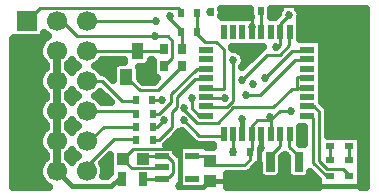
<source format=gtl>
G04 DipTrace Beta 2.3.5.2*
%IN4chRemix.GTL*%
%MOIN*%
%ADD13C,0.01*%
%ADD14C,0.015*%
%ADD15C,0.018*%
%ADD17C,0.025*%
%ADD22R,0.0197X0.0315*%
%ADD25R,0.0433X0.0394*%
%ADD26R,0.0394X0.0433*%
%ADD27R,0.0315X0.0197*%
%ADD28R,0.0315X0.0472*%
%ADD29R,0.0472X0.0217*%
%ADD31R,0.03X0.032*%
%ADD32R,0.16X0.06*%
%ADD35R,0.022X0.05*%
%ADD36R,0.05X0.022*%
%ADD37R,0.0669X0.0669*%
%ADD38C,0.0669*%
%ADD39C,0.027*%
%FSLAX44Y44*%
G04*
G70*
G90*
G75*
G01*
%LNTop*%
%LPD*%
X6250Y3238D2*
D13*
Y2890D1*
X6502Y2638D1*
X6725D1*
X7625Y1426D2*
X7627Y1428D1*
Y2051D1*
X750Y5801D2*
X1199Y6250D1*
X5801D1*
X5880Y6171D1*
Y6070D1*
X10875Y2176D2*
X11500D1*
X7942Y2051D2*
D14*
X7940Y2540D1*
X8572Y2051D2*
X8570Y1570D1*
X11940Y360D2*
D15*
X11880Y300D1*
X9620D1*
X9347Y573D1*
Y1113D1*
X7437Y6113D2*
D13*
X7561Y5990D1*
X8080D1*
X8257Y5813D1*
Y5600D1*
Y5431D1*
X5820Y1570D2*
D14*
X5850D1*
Y310D1*
X5830D1*
X5250Y926D2*
D13*
X5276Y900D1*
X4250D1*
X3971Y1179D1*
Y1210D1*
X5830Y310D2*
D15*
X5860Y280D1*
X6620D1*
X6806Y466D1*
X6853D1*
X7940Y460D2*
X6853Y466D1*
X8570Y1570D2*
D14*
X8490Y1490D1*
Y1120D1*
X7940Y570D1*
Y460D1*
X3971Y1210D2*
D13*
X4281Y1520D1*
X5820D1*
Y1570D1*
X8260Y5600D2*
X8257D1*
X9020Y5970D2*
X9100Y6050D1*
Y6150D1*
X11890Y6020D2*
X11610Y6300D1*
X9260D1*
X9110Y6150D1*
X9100D1*
X8690Y3900D2*
X9591Y4801D1*
X10105D1*
Y4843D1*
X8070Y3330D2*
X8529D1*
X9688Y4488D1*
X10105D1*
Y4528D1*
X4068Y3929D2*
X4509Y3488D1*
X5125D1*
X5938Y4301D1*
X4390Y3170D2*
Y3120D1*
X3940D1*
X3259Y3801D1*
X2750D1*
X6431Y6070D2*
X6437Y6064D1*
Y5426D1*
X6725Y3583D2*
X6757Y3551D1*
X7313D1*
Y4863D1*
X7063Y5113D1*
X6688D1*
X6437Y5363D1*
Y5426D1*
X4400Y2710D2*
X4309Y2801D1*
X2750D1*
X8875Y1113D2*
Y1301D1*
X9202Y1628D1*
Y2051D1*
X9517D2*
X9500Y2033D1*
Y1613D1*
X9820Y1293D1*
Y1113D1*
X4400Y1830D2*
X4350Y1880D1*
X3660D1*
X2750Y970D1*
Y801D1*
X1750Y4801D2*
D17*
Y3801D1*
Y2801D1*
Y1801D1*
Y801D1*
D15*
X2250Y301D1*
X3563D1*
X3813Y551D1*
X3916D1*
X11500Y625D2*
D13*
Y660D1*
X11285Y875D1*
X10750D1*
X10500Y1125D1*
Y2770D1*
X10317Y2953D1*
X10105D1*
Y2638D2*
X10232D1*
X10300Y2570D1*
Y1075D1*
X10750Y625D1*
X10875D1*
Y1176D2*
Y1625D1*
X11500Y1176D2*
Y1625D1*
X4400Y2280D2*
X3320D1*
X2841Y1801D1*
X2750D1*
X8549Y6150D2*
X8572Y6126D1*
Y5431D1*
X10105Y3898D2*
X10077Y3926D1*
X9750D1*
Y3551D1*
X9783Y3583D1*
X10105D1*
X9750Y3551D2*
X9591D1*
X8960Y2920D1*
X7640D1*
X7120Y2400D1*
X6440D1*
X6000Y2840D1*
Y2890D1*
X5270Y3170D2*
X4941D1*
X7312Y2051D2*
X7242Y1980D1*
X6500D1*
X5980Y2500D1*
X5320D2*
X5100Y2280D1*
X4951D1*
X6725Y3268D2*
X6755Y3238D1*
X7375D1*
X5063Y5801D2*
X2750D1*
Y4801D2*
X2755Y4795D1*
X4442D1*
X5330Y4860D2*
X5265Y4795D1*
X4442D1*
X9517Y5431D2*
X9500Y5413D1*
Y4988D1*
X9187Y4676D1*
X8766D1*
X7910Y3820D1*
X6725Y3898D2*
X6687Y3860D1*
X6350D1*
X5760Y3270D1*
Y2940D1*
X5590Y2770D1*
Y2270D1*
X5150Y1830D1*
X4951D1*
X6725Y4213D2*
X6413D1*
X5560Y3360D1*
Y3100D1*
X5170Y2710D1*
X4951D1*
X6725Y2953D2*
X6752Y2926D1*
X7416D1*
X7630Y3140D1*
Y4488D1*
X5010Y5290D2*
X5021Y5301D1*
X2429D1*
X1750Y5980D1*
Y5801D1*
X5338Y4301D2*
X5590Y4553D1*
Y5150D1*
X5450Y5290D1*
X5010D1*
X8176Y1426D2*
X8257Y1507D1*
Y2051D1*
X8250Y2058D1*
Y2300D1*
X8438Y2488D1*
X8875D1*
X8887Y2476D1*
Y2051D1*
X8875Y2488D2*
X9188Y2801D1*
X9563D1*
X9202Y5431D2*
X9188Y5416D1*
Y4988D1*
X9125Y4926D1*
X9070D1*
X8875Y2600D2*
Y2488D1*
X5886Y5426D2*
Y5504D1*
X5470Y5920D1*
Y6010D1*
X5510Y5970D1*
X6875Y6113D2*
X6886D1*
X5886Y5426D2*
X5930Y5382D1*
Y4860D1*
X6853Y1135D2*
X6688Y1300D1*
X6274D1*
X6853Y1135D2*
X7000Y988D1*
X8000D1*
X8176Y1164D1*
Y1426D1*
X9500Y5990D2*
X9202Y5692D1*
Y5431D1*
X5250Y1300D2*
X5438D1*
X5640Y1098D1*
Y750D1*
X5480Y590D1*
X5390D1*
Y552D1*
X5250D1*
X4640Y1210D2*
Y1290D1*
X5070D1*
X5080Y1300D1*
X5250D1*
X4625Y551D2*
X5250Y552D1*
D39*
X6250Y3238D3*
X7625Y1426D3*
X8690Y3900D3*
X8070Y3330D3*
X6000Y2890D3*
X5270Y3170D3*
X5980Y2500D3*
X5320D3*
X7375Y3238D3*
X5063Y5801D3*
X7910Y3820D3*
X7630Y4488D3*
X5010Y5290D3*
D3*
X9563Y2801D3*
X9070Y4926D3*
X8875Y2600D3*
X5510Y5970D3*
X6875Y6113D3*
X9500Y5990D3*
X7940Y2540D3*
X8570Y1570D3*
X7940Y460D3*
X5820Y1570D3*
X11890Y6020D3*
X9940Y5260D3*
X11940Y360D3*
X4520Y3860D3*
X4880Y4450D3*
X5830Y310D3*
X9020Y5970D3*
X8260Y5600D3*
X8300Y3690D3*
X7253Y5966D2*
D17*
X8180D1*
X8917D2*
X9035D1*
X9906D2*
X12039D1*
X9898Y5718D2*
X12039D1*
X9898Y5469D2*
X12039D1*
X310Y5220D2*
X1324D1*
X9898D2*
X12039D1*
X310Y4972D2*
X1172D1*
X10624D2*
X12039D1*
X310Y4723D2*
X1153D1*
X7953D2*
X8371D1*
X10624D2*
X12039D1*
X310Y4474D2*
X1246D1*
X3253D2*
X3981D1*
X8035D2*
X8123D1*
X10624D2*
X12039D1*
X310Y4225D2*
X1332D1*
X2167D2*
X2332D1*
X3167D2*
X3602D1*
X4535D2*
X4918D1*
X10624D2*
X12039D1*
X310Y3977D2*
X1172D1*
X3527D2*
X3603D1*
X4535D2*
X4918D1*
X10624D2*
X12039D1*
X310Y3728D2*
X1149D1*
X10624D2*
X12039D1*
X310Y3479D2*
X1242D1*
X10624D2*
X12039D1*
X310Y3231D2*
X1336D1*
X2164D2*
X2336D1*
X3164D2*
X3387D1*
X10624D2*
X12039D1*
X310Y2982D2*
X1176D1*
X10730D2*
X12039D1*
X310Y2733D2*
X1149D1*
X10820D2*
X12039D1*
X310Y2485D2*
X1239D1*
X10820D2*
X12039D1*
X310Y2236D2*
X1344D1*
X2156D2*
X2344D1*
X9898D2*
X9982D1*
X10820D2*
X12039D1*
X310Y1987D2*
X1176D1*
X5749D2*
X6051D1*
X9898D2*
X9982D1*
X10820D2*
X12039D1*
X310Y1739D2*
X1149D1*
X5499D2*
X6305D1*
X9898D2*
X9982D1*
X11929D2*
X12039D1*
X310Y1490D2*
X1235D1*
X11929D2*
X12039D1*
X310Y1241D2*
X1348D1*
X2152D2*
X2348D1*
X9285D2*
X9410D1*
X11929D2*
X12039D1*
X310Y993D2*
X1180D1*
X3324D2*
X3492D1*
X9285D2*
X9410D1*
X11929D2*
X12039D1*
X310Y744D2*
X1149D1*
X3351D2*
X3487D1*
X8191D2*
X8469D1*
X9281D2*
X9414D1*
X11929D2*
X12039D1*
X310Y495D2*
X1231D1*
X7456D2*
X10438D1*
X11929D2*
X12039D1*
X8892Y6213D2*
Y5924D1*
X9015Y5926D1*
X8927Y5922D1*
X9082Y5989D1*
X9123Y6031D1*
X9162Y6164D1*
X9202Y6217D1*
X8889Y6215D1*
X8205Y5923D2*
Y6212D1*
X7440Y6215D1*
X7241D1*
X7255Y6113D1*
X7229Y5980D1*
X7272Y5926D1*
X7982Y5922D1*
X8087Y5926D1*
X8209D1*
X6759Y1597D2*
X6954D1*
X6957Y1685D1*
X6500D1*
X6376Y1713D1*
X6291Y1771D1*
X5941Y2122D1*
X5832Y2101D1*
X5622Y1885D1*
X5394Y1653D1*
X5731D1*
X5735Y1420D1*
X5793Y1362D1*
X5792Y1653D1*
X6755D1*
Y1595D1*
X11223Y1968D2*
X11902D1*
X11899Y1282D1*
X11902Y1020D1*
X11899Y833D1*
X11902Y718D1*
Y284D1*
X12065Y285D1*
Y6215D1*
X9803D1*
X9855Y6125D1*
X9880Y5990D1*
X9869Y5925D1*
X9872Y5195D1*
X10600Y5198D1*
X10596Y4488D1*
X10600Y4383D1*
X10596Y4173D1*
X10600Y4068D1*
X10596Y3858D1*
X10600Y3753D1*
X10596Y3543D1*
X10600Y3438D1*
X10596Y3228D1*
X10600Y3088D1*
X10709Y2979D1*
X10776Y2871D1*
X10795Y2770D1*
Y1969D1*
X11277Y1965D1*
X11098Y1968D1*
X11223D1*
X3514Y722D2*
Y1032D1*
X3533D1*
X3535Y1335D1*
X3264Y1066D1*
X3312Y941D1*
X3330Y801D1*
X3316Y677D1*
X3303Y636D1*
X3426D1*
X3514Y726D1*
X3996Y4450D2*
X4008D1*
X4001Y4501D1*
X3243Y4500D1*
X3213Y4451D1*
X3127Y4360D1*
X3040Y4301D1*
X3114Y4252D1*
X3202Y4164D1*
X3250Y4096D1*
X3384Y4067D1*
X3468Y4009D1*
X3625Y3852D1*
X3626Y4205D1*
X3657Y4324D1*
X3743Y4414D1*
X3871Y4450D1*
X3996D1*
X4510Y4080D2*
Y3904D1*
X4634Y3783D1*
X5005Y3785D1*
X5108Y3896D1*
X4943D1*
Y4454D1*
X4935Y4455D1*
Y4498D1*
X4886Y4500D1*
X4857Y4409D1*
X4775Y4316D1*
X4639Y4275D1*
X4502D1*
X4510Y4205D1*
Y4080D1*
X10473Y285D2*
Y489D1*
X10202Y756D1*
X10176Y668D1*
X10094Y575D1*
X9958Y534D1*
X9682D1*
X9562Y565D1*
X9473Y650D1*
X9437Y779D1*
X9435Y1261D1*
X9344Y1352D1*
X9259Y1267D1*
X9258Y779D1*
X9227Y659D1*
X9141Y570D1*
X9013Y534D1*
X8737D1*
X8618Y565D1*
X8528Y650D1*
X8492Y779D1*
Y1025D1*
X8418Y995D1*
X8209Y780D1*
X8101Y712D1*
X8000Y693D1*
X7434D1*
X7430Y283D1*
X10476Y285D1*
X9872Y2284D2*
Y1690D1*
X9961Y1692D1*
X10005Y1700D1*
Y2282D1*
X9869Y2283D1*
X1330Y5400D2*
Y5221D1*
X285Y5215D1*
Y285D1*
X1484D1*
X1430Y318D1*
X1334Y397D1*
X1257Y496D1*
X1203Y608D1*
X1175Y730D1*
X1173Y855D1*
X1198Y977D1*
X1248Y1091D1*
X1322Y1192D1*
X1378Y1241D1*
X1380Y1351D1*
X1257Y1496D1*
X1203Y1608D1*
X1175Y1730D1*
X1173Y1855D1*
X1198Y1977D1*
X1248Y2091D1*
X1322Y2192D1*
X1378Y2241D1*
X1380Y2351D1*
X1257Y2496D1*
X1203Y2608D1*
X1175Y2730D1*
X1173Y2855D1*
X1198Y2977D1*
X1248Y3091D1*
X1322Y3192D1*
X1378Y3241D1*
X1380Y3351D1*
X1257Y3496D1*
X1203Y3608D1*
X1175Y3730D1*
X1173Y3855D1*
X1198Y3977D1*
X1248Y4091D1*
X1322Y4192D1*
X1378Y4241D1*
X1380Y4351D1*
X1257Y4496D1*
X1203Y4608D1*
X1175Y4730D1*
X1173Y4855D1*
X1198Y4977D1*
X1248Y5091D1*
X1322Y5192D1*
X1416Y5274D1*
X1460Y5299D1*
X1331Y5400D1*
X2247Y4508D2*
X2213Y4451D1*
X2117Y4354D1*
X2120Y4250D1*
X2202Y4164D1*
X2250Y4088D1*
X2322Y4192D1*
X2416Y4274D1*
X2460Y4299D1*
X2334Y4397D1*
X2252Y4506D1*
X2247Y3508D2*
X2213Y3451D1*
X2117Y3354D1*
X2120Y3250D1*
X2202Y3164D1*
X2250Y3088D1*
X2322Y3192D1*
X2416Y3274D1*
X2460Y3299D1*
X2334Y3397D1*
X2252Y3506D1*
X2247Y2508D2*
X2213Y2451D1*
X2117Y2354D1*
X2120Y2250D1*
X2202Y2164D1*
X2250Y2088D1*
X2322Y2192D1*
X2416Y2274D1*
X2460Y2299D1*
X2334Y2397D1*
X2252Y2506D1*
X2247Y1508D2*
X2213Y1451D1*
X2117Y1354D1*
X2120Y1250D1*
X2202Y1164D1*
X2250Y1088D1*
X2322Y1192D1*
X2416Y1274D1*
X2460Y1299D1*
X2334Y1397D1*
X2252Y1506D1*
X3205Y3443D2*
X3127Y3360D1*
X3040Y3301D1*
X3114Y3252D1*
X3202Y3164D1*
X3250Y3096D1*
X3551D1*
X3204Y3439D1*
X7936Y4263D2*
X8599Y4919D1*
X8629Y4936D1*
X8532Y4940D1*
X8427Y4936D1*
X8217Y4940D1*
X7797Y4936D1*
X7596D1*
X7603Y4913D1*
X7667Y4936D1*
X7607D1*
X7609Y4865D1*
X7714Y4859D1*
X7829Y4812D1*
X7923Y4730D1*
X7985Y4623D1*
X8010Y4488D1*
X7990Y4365D1*
D22*
X5880Y6070D3*
X6431D3*
X6886Y6113D3*
X7437D3*
X9100Y6150D3*
X8549D3*
D25*
X4640Y1210D3*
X3971D3*
D26*
X6853Y1135D3*
Y466D3*
D27*
X11500Y1625D3*
Y2176D3*
X10875Y1625D3*
Y2176D3*
D28*
X4625Y551D3*
X3916D3*
D29*
X5250Y1300D3*
Y926D3*
Y552D3*
X6274D3*
Y1300D3*
G36*
X4265Y4205D2*
X3871D1*
Y3654D1*
X4265D1*
Y4205D1*
G37*
G36*
X5013D2*
X4619D1*
Y3654D1*
X5013D1*
Y4205D1*
G37*
G36*
X4639Y5071D2*
X4245D1*
Y4520D1*
X4639D1*
Y5071D1*
G37*
D22*
X6437Y5426D3*
X5886D3*
D31*
X5330Y4860D3*
X5930D3*
X5938Y4301D3*
X5338D3*
D22*
X4390Y3170D3*
X4941D3*
X4400Y2710D3*
X4951D3*
D27*
X10875Y625D3*
Y1176D3*
X11500Y625D3*
Y1176D3*
D22*
X7625Y1426D3*
X8176D3*
X4400Y2280D3*
X4951D3*
X4400Y1830D3*
X4951D3*
D32*
X11400Y3230D3*
Y5230D3*
D35*
X7312Y2051D3*
X7627D3*
X7942D3*
X8257D3*
X8572D3*
X8887D3*
X9202D3*
X9517D3*
D36*
X10105Y2638D3*
Y2953D3*
Y3268D3*
Y3583D3*
Y3898D3*
Y4213D3*
Y4528D3*
Y4843D3*
D35*
X9517Y5431D3*
X9202D3*
X8887D3*
X8572D3*
X8257D3*
X7942D3*
X7627D3*
X7312D3*
D36*
X6725Y4843D3*
Y4528D3*
Y4213D3*
Y3898D3*
Y3583D3*
Y3268D3*
Y2953D3*
Y2638D3*
D37*
X750Y5801D3*
D38*
X1750D3*
X750Y4801D3*
X1750D3*
X750Y3801D3*
X1750D3*
X750Y2801D3*
X1750D3*
X750Y1801D3*
X1750D3*
X750Y801D3*
X1750D3*
X2750Y5801D3*
Y4801D3*
Y3801D3*
Y2801D3*
Y1801D3*
Y801D3*
G36*
X9013Y1448D2*
X8737D1*
Y779D1*
X9013D1*
Y1448D1*
G37*
G36*
X9485D2*
X9210D1*
Y779D1*
X9485D1*
Y1448D1*
G37*
G36*
X9958D2*
X9682D1*
Y779D1*
X9958D1*
Y1448D1*
G37*
M02*

</source>
